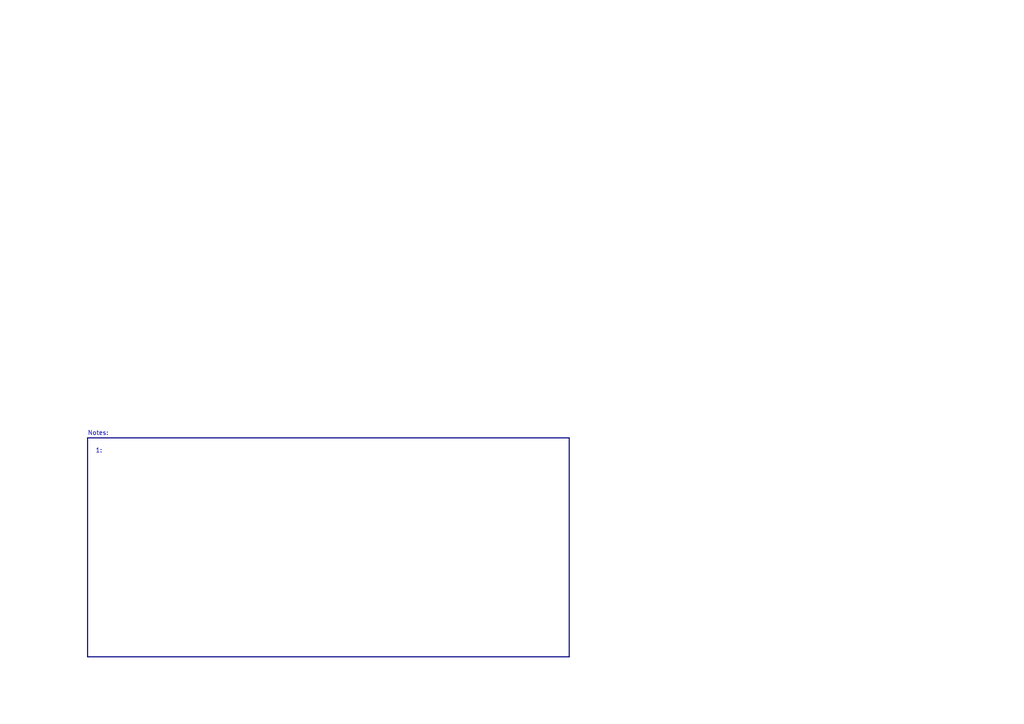
<source format=kicad_sch>
(kicad_sch
	(version 20231120)
	(generator "eeschema")
	(generator_version "8.0")
	(uuid "8da37aad-2798-433f-bbc6-d8456e0ace5d")
	(paper "A4")
	(lib_symbols)
	(bus
		(pts
			(xy 25.4 127) (xy 165.1 127)
		)
		(stroke
			(width 0)
			(type default)
		)
		(uuid "27b25195-6983-41e8-89d7-108875038eab")
	)
	(bus
		(pts
			(xy 165.1 190.5) (xy 25.4 190.5)
		)
		(stroke
			(width 0)
			(type default)
		)
		(uuid "64f12b40-ec00-4ad7-8e73-ace3339635fd")
	)
	(bus
		(pts
			(xy 165.1 127) (xy 165.1 190.5)
		)
		(stroke
			(width 0)
			(type default)
		)
		(uuid "8b040cad-7c47-4c71-abb9-0d00db2ca174")
	)
	(bus
		(pts
			(xy 25.4 127) (xy 25.4 190.5)
		)
		(stroke
			(width 0)
			(type default)
		)
		(uuid "c1c8c836-b3d9-4069-a233-bbdb2be43ba8")
	)
	(text "Notes:"
		(exclude_from_sim no)
		(at 25.4 125.73 0)
		(effects
			(font
				(size 1.27 1.27)
			)
			(justify left)
		)
		(uuid "278f14fc-c4b0-4300-b169-8edecc00c882")
	)
	(text "1: "
		(exclude_from_sim no)
		(at 27.686 130.81 0)
		(effects
			(font
				(size 1.27 1.27)
			)
			(justify left)
		)
		(uuid "947d680a-fa43-4f73-9d2e-f67c817bd5a8")
	)
)

</source>
